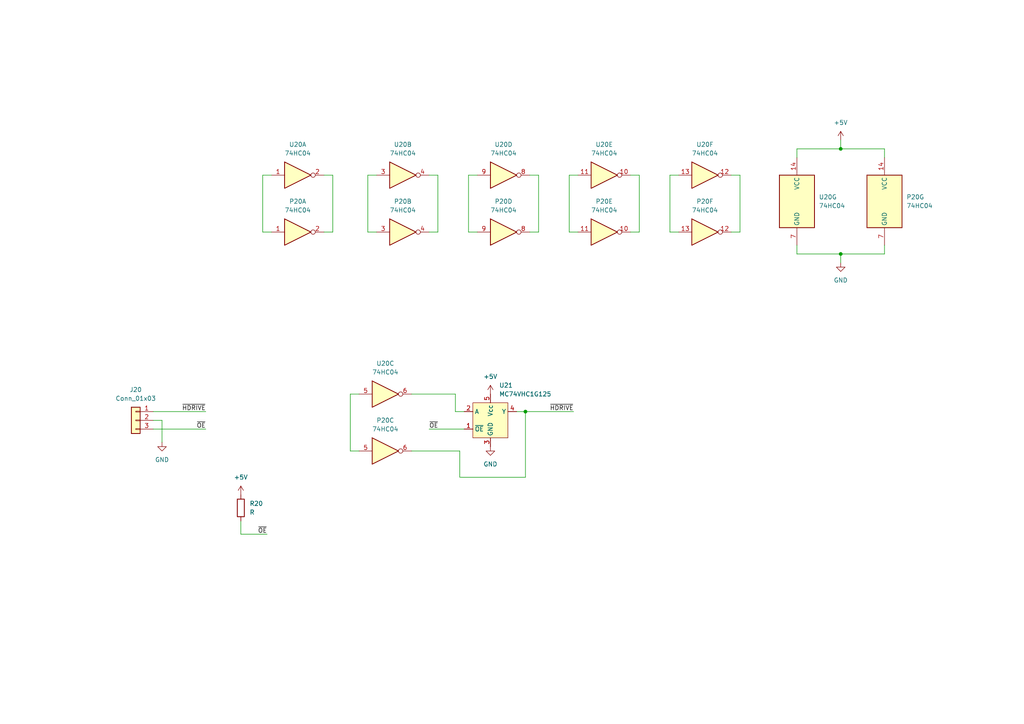
<source format=kicad_sch>
(kicad_sch (version 20211123) (generator eeschema)
  (paper "A4")
  (lib_symbols
    (symbol "0Local:MC74VHC1G125"
      (property "Reference" "U" (at 2.54 10.16 0))
      (property "Value" "MC74VHC1G125" (at 2.54 7.62 0))
      (symbol "MC74VHC1G125_0_1"
        (rectangle (start -5.08 5.08) (end 5.08 -5.08) (fill (type background)))
      )
      (symbol "MC74VHC1G125_1_1"
        (pin input line (at -7.62 -2.54 0) (length 2.54) (name "~{OE}") (number "1"))
        (pin input line (at -7.62 2.54 0) (length 2.54) (name "A") (number "2"))
        (pin power_in line (at 0 -7.62 90) (length 2.54) (name "GND") (number "3"))
        (pin tri_state line (at 7.62 2.54 180) (length 2.54) (name "Y") (number "4"))
        (pin power_in line (at 0 7.62 270) (length 2.54) (name "Vcc") (number "5"))
      )
    )
    (symbol "74xx:74HC04"
      (property "Reference" "U" (at 0 1.27 0))
      (property "Value" "74HC04" (at 0 -1.27 0))
      (symbol "74HC04_1_0"
        (polyline (pts (xy -3.81 3.81) (xy -3.81 -3.81) (xy 3.81 0) (xy -3.81 3.81)) (stroke (width 0.254)) (fill (type background)))
        (pin input line (at -7.62 0 0) (length 3.81) (name "~") (number "1"))
        (pin output inverted (at 7.62 0 180) (length 3.81) (name "~") (number "2"))
      )
      (symbol "74HC04_2_0"
        (polyline (pts (xy -3.81 3.81) (xy -3.81 -3.81) (xy 3.81 0) (xy -3.81 3.81)) (stroke (width 0.254)) (fill (type background)))
        (pin input line (at -7.62 0 0) (length 3.81) (name "~") (number "3"))
        (pin output inverted (at 7.62 0 180) (length 3.81) (name "~") (number "4"))
      )
      (symbol "74HC04_3_0"
        (polyline (pts (xy -3.81 3.81) (xy -3.81 -3.81) (xy 3.81 0) (xy -3.81 3.81)) (stroke (width 0.254)) (fill (type background)))
        (pin input line (at -7.62 0 0) (length 3.81) (name "~") (number "5"))
        (pin output inverted (at 7.62 0 180) (length 3.81) (name "~") (number "6"))
      )
      (symbol "74HC04_4_0"
        (polyline (pts (xy -3.81 3.81) (xy -3.81 -3.81) (xy 3.81 0) (xy -3.81 3.81)) (stroke (width 0.254)) (fill (type background)))
        (pin output inverted (at 7.62 0 180) (length 3.81) (name "~") (number "8"))
        (pin input line (at -7.62 0 0) (length 3.81) (name "~") (number "9"))
      )
      (symbol "74HC04_5_0"
        (polyline (pts (xy -3.81 3.81) (xy -3.81 -3.81) (xy 3.81 0) (xy -3.81 3.81)) (stroke (width 0.254)) (fill (type background)))
        (pin output inverted (at 7.62 0 180) (length 3.81) (name "~") (number "10"))
        (pin input line (at -7.62 0 0) (length 3.81) (name "~") (number "11"))
      )
      (symbol "74HC04_6_0"
        (polyline (pts (xy -3.81 3.81) (xy -3.81 -3.81) (xy 3.81 0) (xy -3.81 3.81)) (stroke (width 0.254)) (fill (type background)))
        (pin output inverted (at 7.62 0 180) (length 3.81) (name "~") (number "12"))
        (pin input line (at -7.62 0 0) (length 3.81) (name "~") (number "13"))
      )
      (symbol "74HC04_7_0"
        (pin power_in line (at 0 12.7 270) (length 5.08) (name "VCC") (number "14"))
        (pin power_in line (at 0 -12.7 90) (length 5.08) (name "GND") (number "7"))
      )
      (symbol "74HC04_7_1"
        (rectangle (start -5.08 7.62) (end 5.08 -7.62) (stroke (width 0.254)) (fill (type background)))
      )
    )
    (symbol "Connector_Generic:Conn_01x03" (pin_names (offset 1.016) hide)
      (property "Reference" "J" (at 0 5.08 0))
      (property "Value" "Conn_01x03" (at 0 -5.08 0))
      (symbol "Conn_01x03_1_1"
        (rectangle (start -1.27 -2.413) (end 0 -2.667) (stroke (width 0.1524)))
        (rectangle (start -1.27 0.127) (end 0 -0.127) (stroke (width 0.1524)))
        (rectangle (start -1.27 2.667) (end 0 2.413) (stroke (width 0.1524)))
        (rectangle (start -1.27 3.81) (end 1.27 -3.81) (stroke (width 0.254)) (fill (type background)))
        (pin passive line (at -5.08 2.54 0) (length 3.81) (name "Pin_1") (number "1"))
        (pin passive line (at -5.08 0 0) (length 3.81) (name "Pin_2") (number "2"))
        (pin passive line (at -5.08 -2.54 0) (length 3.81) (name "Pin_3") (number "3"))
      )
    )
    (symbol "Device:R" (pin_numbers hide) (pin_names (offset 0))
      (property "Reference" "R" (at 2.032 0 90))
      (property "Value" "R" (at 0 0 90))
      (symbol "R_0_1"
        (rectangle (start -1.016 -2.54) (end 1.016 2.54) (stroke (width 0.254)))
      )
      (symbol "R_1_1"
        (pin passive line (at 0 3.81 270) (length 1.27) (name "~") (number "1"))
        (pin passive line (at 0 -3.81 90) (length 1.27) (name "~") (number "2"))
      )
    )
    (symbol "power:+5V" (power) (pin_names (offset 0))
      (property "Value" "+5V" (at 0 3.556 0))
      (symbol "+5V_0_1"
        (polyline (pts (xy -0.762 1.27) (xy 0 2.54)))
        (polyline (pts (xy 0 0) (xy 0 2.54)))
        (polyline (pts (xy 0 2.54) (xy 0.762 1.27)))
      )
      (symbol "+5V_1_1"
        (pin power_in line (at 0 0 90) (length 0) hide (name "+5V") (number "1"))
      )
    )
    (symbol "power:GND" (power) (pin_names (offset 0))
      (property "Value" "GND" (at 0 -3.81 0))
      (symbol "GND_0_1"
        (polyline (pts (xy 0 0) (xy 0 -1.27) (xy 1.27 -1.27) (xy 0 -2.54) (xy -1.27 -1.27) (xy 0 -1.27)))
      )
      (symbol "GND_1_1"
        (pin power_in line (at 0 0 270) (length 0) hide (name "GND") (number "1"))
      )
    )
  )
  (junction (at 152.4 119.38))
  (junction (at 243.84 73.66))
  (junction (at 243.84 43.18))
  (wire (pts (xy 194.31 67.31) (xy 196.85 67.31)))
  (wire (pts (xy 185.42 67.31) (xy 182.88 67.31)))
  (wire (pts (xy 134.62 119.38) (xy 132.08 119.38)))
  (wire (pts (xy 106.68 50.8) (xy 106.68 67.31)))
  (wire (pts (xy 156.21 50.8) (xy 153.67 50.8)))
  (wire (pts (xy 69.85 151.13) (xy 69.85 154.94)))
  (wire (pts (xy 59.69 119.38) (xy 44.45 119.38)))
  (wire (pts (xy 124.46 124.46) (xy 134.62 124.46)))
  (wire (pts (xy 194.31 50.8) (xy 194.31 67.31)))
  (wire (pts (xy 243.84 73.66) (xy 243.84 76.2)))
  (wire (pts (xy 256.54 43.18) (xy 256.54 45.72)))
  (wire (pts (xy 96.52 50.8) (xy 96.52 67.31)))
  (wire (pts (xy 156.21 67.31) (xy 156.21 50.8)))
  (wire (pts (xy 132.08 119.38) (xy 132.08 114.3)))
  (wire (pts (xy 135.89 67.31) (xy 138.43 67.31)))
  (wire (pts (xy 78.74 50.8) (xy 76.2 50.8)))
  (wire (pts (xy 214.63 50.8) (xy 212.09 50.8)))
  (wire (pts (xy 104.14 114.3) (xy 101.6 114.3)))
  (wire (pts (xy 165.1 50.8) (xy 165.1 67.31)))
  (wire (pts (xy 212.09 67.31) (xy 214.63 67.31)))
  (wire (pts (xy 152.4 138.43) (xy 152.4 119.38)))
  (wire (pts (xy 243.84 43.18) (xy 256.54 43.18)))
  (wire (pts (xy 109.22 50.8) (xy 106.68 50.8)))
  (wire (pts (xy 185.42 50.8) (xy 185.42 67.31)))
  (wire (pts (xy 101.6 130.81) (xy 104.14 130.81)))
  (wire (pts (xy 76.2 67.31) (xy 78.74 67.31)))
  (wire (pts (xy 152.4 119.38) (xy 166.37 119.38)))
  (wire (pts (xy 182.88 50.8) (xy 185.42 50.8)))
  (wire (pts (xy 124.46 50.8) (xy 127 50.8)))
  (wire (pts (xy 133.35 138.43) (xy 152.4 138.43)))
  (wire (pts (xy 165.1 67.31) (xy 167.64 67.31)))
  (wire (pts (xy 196.85 50.8) (xy 194.31 50.8)))
  (wire (pts (xy 69.85 154.94) (xy 77.47 154.94)))
  (wire (pts (xy 46.99 121.92) (xy 46.99 128.27)))
  (wire (pts (xy 59.69 124.46) (xy 44.45 124.46)))
  (wire (pts (xy 119.38 130.81) (xy 133.35 130.81)))
  (wire (pts (xy 132.08 114.3) (xy 119.38 114.3)))
  (wire (pts (xy 44.45 121.92) (xy 46.99 121.92)))
  (wire (pts (xy 127 50.8) (xy 127 67.31)))
  (wire (pts (xy 167.64 50.8) (xy 165.1 50.8)))
  (wire (pts (xy 231.14 71.12) (xy 231.14 73.66)))
  (wire (pts (xy 124.46 67.31) (xy 127 67.31)))
  (wire (pts (xy 231.14 73.66) (xy 243.84 73.66)))
  (wire (pts (xy 231.14 43.18) (xy 243.84 43.18)))
  (wire (pts (xy 256.54 73.66) (xy 256.54 71.12)))
  (wire (pts (xy 243.84 73.66) (xy 256.54 73.66)))
  (wire (pts (xy 138.43 50.8) (xy 135.89 50.8)))
  (wire (pts (xy 106.68 67.31) (xy 109.22 67.31)))
  (wire (pts (xy 152.4 119.38) (xy 149.86 119.38)))
  (wire (pts (xy 243.84 40.64) (xy 243.84 43.18)))
  (wire (pts (xy 93.98 50.8) (xy 96.52 50.8)))
  (wire (pts (xy 76.2 50.8) (xy 76.2 67.31)))
  (wire (pts (xy 101.6 114.3) (xy 101.6 130.81)))
  (wire (pts (xy 133.35 130.81) (xy 133.35 138.43)))
  (wire (pts (xy 153.67 67.31) (xy 156.21 67.31)))
  (wire (pts (xy 231.14 45.72) (xy 231.14 43.18)))
  (wire (pts (xy 96.52 67.31) (xy 93.98 67.31)))
  (wire (pts (xy 214.63 67.31) (xy 214.63 50.8)))
  (wire (pts (xy 135.89 50.8) (xy 135.89 67.31)))
  (label "~{HDRIVE}" (at 59.69 119.38 180))
  (label "~{OE}" (at 124.46 124.46 0))
  (label "~{HDRIVE}" (at 166.37 119.38 180))
  (label "~{OE}" (at 77.47 154.94 180))
  (label "~{OE}" (at 59.69 124.46 180))
  (symbol (lib_id "power:GND") (at 243.84 76.2 0) (unit 1)
    (property "Reference" "#PWR0109" (effects hide))
    (property "Value" "GND" (at 243.84 81.28 0))
  )
  (symbol (lib_id "74xx:74HC04") (at 116.84 67.31 0) (unit 2)
    (property "Reference" "P20" (at 116.84 58.42 0))
    (property "Value" "74HC04" (at 116.84 60.96 0))
    (property "Footprint" "Package_DIP:DIP-14_W7.62mm" (effects hide))
    (property "Datasheet" "https://assets.nexperia.com/documents/data-sheet/74HC_HCT04.pdf" (effects hide))
  )
  (symbol (lib_id "74xx:74HC04") (at 204.47 50.8 0) (unit 6)
    (property "Reference" "U20" (at 204.47 41.91 0))
    (property "Value" "74HC04" (at 204.47 44.45 0))
    (property "Footprint" "Package_DIP:DIP-14_W7.62mm" (effects hide))
    (property "Datasheet" "https://assets.nexperia.com/documents/data-sheet/74HC_HCT04.pdf" (effects hide))
  )
  (symbol (lib_id "power:+5V") (at 69.85 143.51 0) (unit 1)
    (property "Reference" "#PWR0115" (effects hide))
    (property "Value" "+5V" (at 69.85 138.43 0))
  )
  (symbol (lib_id "74xx:74HC04") (at 86.36 50.8 0) (unit 1)
    (property "Reference" "U20" (at 86.36 41.91 0))
    (property "Value" "74HC04" (at 86.36 44.45 0))
    (property "Footprint" "Package_DIP:DIP-14_W7.62mm" (effects hide))
    (property "Datasheet" "https://assets.nexperia.com/documents/data-sheet/74HC_HCT04.pdf" (effects hide))
  )
  (symbol (lib_id "power:+5V") (at 243.84 40.64 0) (unit 1)
    (property "Reference" "#PWR0108" (effects hide))
    (property "Value" "+5V" (at 243.84 35.56 0))
  )
  (symbol (lib_id "74xx:74HC04") (at 175.26 50.8 0) (unit 5)
    (property "Reference" "U20" (at 175.26 41.91 0))
    (property "Value" "74HC04" (at 175.26 44.45 0))
    (property "Footprint" "Package_DIP:DIP-14_W7.62mm" (effects hide))
    (property "Datasheet" "https://assets.nexperia.com/documents/data-sheet/74HC_HCT04.pdf" (effects hide))
  )
  (symbol (lib_id "74xx:74HC04") (at 111.76 130.81 0) (unit 3)
    (property "Reference" "P20" (at 111.76 121.92 0))
    (property "Value" "74HC04" (at 111.76 124.46 0))
    (property "Footprint" "Package_DIP:DIP-14_W7.62mm" (effects hide))
    (property "Datasheet" "https://assets.nexperia.com/documents/data-sheet/74HC_HCT04.pdf" (effects hide))
  )
  (symbol (lib_id "74xx:74HC04") (at 146.05 67.31 0) (unit 4)
    (property "Reference" "P20" (at 146.05 58.42 0))
    (property "Value" "74HC04" (at 146.05 60.96 0))
    (property "Footprint" "Package_DIP:DIP-14_W7.62mm" (effects hide))
    (property "Datasheet" "https://assets.nexperia.com/documents/data-sheet/74HC_HCT04.pdf" (effects hide))
  )
  (symbol (lib_id "Connector_Generic:Conn_01x03") (at 39.37 121.92 0) (mirror y) (unit 1)
    (property "Reference" "J20" (at 39.37 113.03 0))
    (property "Value" "Conn_01x03" (at 39.37 115.57 0))
    (property "Footprint" "Connector_PinHeader_2.54mm:PinHeader_1x03_P2.54mm_Vertical" (effects hide))
  )
  (symbol (lib_id "74xx:74HC04") (at 116.84 50.8 0) (unit 2)
    (property "Reference" "U20" (at 116.84 41.91 0))
    (property "Value" "74HC04" (at 116.84 44.45 0))
    (property "Footprint" "Package_DIP:DIP-14_W7.62mm" (effects hide))
    (property "Datasheet" "https://assets.nexperia.com/documents/data-sheet/74HC_HCT04.pdf" (effects hide))
  )
  (symbol (lib_id "74xx:74HC04") (at 175.26 67.31 0) (unit 5)
    (property "Reference" "P20" (at 175.26 58.42 0))
    (property "Value" "74HC04" (at 175.26 60.96 0))
    (property "Footprint" "Package_DIP:DIP-14_W7.62mm" (effects hide))
    (property "Datasheet" "https://assets.nexperia.com/documents/data-sheet/74HC_HCT04.pdf" (effects hide))
  )
  (symbol (lib_id "74xx:74HC04") (at 231.14 58.42 0) (unit 7)
    (property "Reference" "U20" (at 237.49 57.1499 0) (effects (justify left)))
    (property "Value" "74HC04" (at 237.49 59.6899 0) (effects (justify left)))
    (property "Footprint" "Package_DIP:DIP-14_W7.62mm" (effects hide))
    (property "Datasheet" "https://assets.nexperia.com/documents/data-sheet/74HC_HCT04.pdf" (effects hide))
  )
  (symbol (lib_id "power:GND") (at 46.99 128.27 0) (unit 1)
    (property "Reference" "#PWR0110" (effects hide))
    (property "Value" "GND" (at 46.99 133.35 0))
  )
  (symbol (lib_id "74xx:74HC04") (at 146.05 50.8 0) (unit 4)
    (property "Reference" "U20" (at 146.05 41.91 0))
    (property "Value" "74HC04" (at 146.05 44.45 0))
    (property "Footprint" "Package_DIP:DIP-14_W7.62mm" (effects hide))
    (property "Datasheet" "https://assets.nexperia.com/documents/data-sheet/74HC_HCT04.pdf" (effects hide))
  )
  (symbol (lib_id "Device:R") (at 69.85 147.32 0) (unit 1)
    (property "Reference" "R20" (at 72.39 146.0499 0) (effects (justify left)))
    (property "Value" "R" (at 72.39 148.5899 0) (effects (justify left)))
    (property "Footprint" "Resistor_SMD:R_1206_3216Metric_Pad1.30x1.75mm_HandSolder" (effects hide))
  )
  (symbol (lib_id "74xx:74HC04") (at 111.76 114.3 0) (unit 3)
    (property "Reference" "U20" (at 111.76 105.41 0))
    (property "Value" "74HC04" (at 111.76 107.95 0))
    (property "Footprint" "Package_DIP:DIP-14_W7.62mm" (effects hide))
    (property "Datasheet" "https://assets.nexperia.com/documents/data-sheet/74HC_HCT04.pdf" (effects hide))
  )
  (symbol (lib_id "0Local:MC74VHC1G125") (at 142.24 121.92 0) (unit 1)
    (property "Reference" "U21" (at 144.78 111.76 0) (effects (justify left)))
    (property "Value" "MC74VHC1G125" (at 144.78 114.3 0) (effects (justify left)))
    (property "Footprint" "0Local:Package_SC-74A" (effects hide))
  )
  (symbol (lib_id "74xx:74HC04") (at 256.54 58.42 0) (unit 7)
    (property "Reference" "P20" (at 262.89 57.1499 0) (effects (justify left)))
    (property "Value" "74HC04" (at 262.89 59.6899 0) (effects (justify left)))
    (property "Footprint" "Package_DIP:DIP-14_W7.62mm" (effects hide))
    (property "Datasheet" "https://assets.nexperia.com/documents/data-sheet/74HC_HCT04.pdf" (effects hide))
  )
  (symbol (lib_id "74xx:74HC04") (at 86.36 67.31 0) (unit 1)
    (property "Reference" "P20" (at 86.36 58.42 0))
    (property "Value" "74HC04" (at 86.36 60.96 0))
    (property "Footprint" "Package_DIP:DIP-14_W7.62mm" (effects hide))
    (property "Datasheet" "https://assets.nexperia.com/documents/data-sheet/74HC_HCT04.pdf" (effects hide))
  )
  (symbol (lib_id "74xx:74HC04") (at 204.47 67.31 0) (unit 6)
    (property "Reference" "P20" (at 204.47 58.42 0))
    (property "Value" "74HC04" (at 204.47 60.96 0))
    (property "Footprint" "Package_DIP:DIP-14_W7.62mm" (effects hide))
    (property "Datasheet" "https://assets.nexperia.com/documents/data-sheet/74HC_HCT04.pdf" (effects hide))
  )
  (symbol (lib_id "power:GND") (at 142.24 129.54 0) (unit 1)
    (property "Reference" "#PWR0111" (effects hide))
    (property "Value" "GND" (at 142.24 134.62 0))
  )
  (symbol (lib_id "power:+5V") (at 142.24 114.3 0) (unit 1)
    (property "Reference" "#PWR0112" (effects hide))
    (property "Value" "+5V" (at 142.24 109.22 0))
  )
)
</source>
